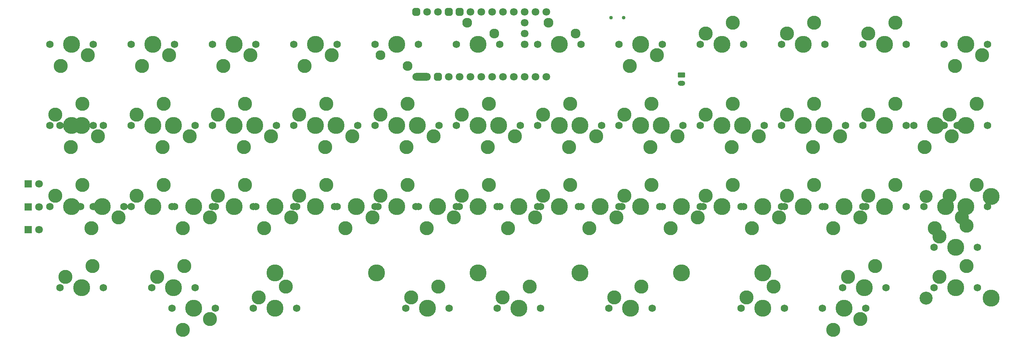
<source format=gts>
G04 #@! TF.GenerationSoftware,KiCad,Pcbnew,7.0.11-7.0.11~ubuntu22.04.1*
G04 #@! TF.CreationDate,2024-06-29T22:10:39+02:00*
G04 #@! TF.ProjectId,vorona-pcb,766f726f-6e61-42d7-9063-622e6b696361,rev?*
G04 #@! TF.SameCoordinates,Original*
G04 #@! TF.FileFunction,Soldermask,Top*
G04 #@! TF.FilePolarity,Negative*
%FSLAX46Y46*%
G04 Gerber Fmt 4.6, Leading zero omitted, Abs format (unit mm)*
G04 Created by KiCad (PCBNEW 7.0.11-7.0.11~ubuntu22.04.1) date 2024-06-29 22:10:39*
%MOMM*%
%LPD*%
G01*
G04 APERTURE LIST*
G04 Aperture macros list*
%AMRoundRect*
0 Rectangle with rounded corners*
0 $1 Rounding radius*
0 $2 $3 $4 $5 $6 $7 $8 $9 X,Y pos of 4 corners*
0 Add a 4 corners polygon primitive as box body*
4,1,4,$2,$3,$4,$5,$6,$7,$8,$9,$2,$3,0*
0 Add four circle primitives for the rounded corners*
1,1,$1+$1,$2,$3*
1,1,$1+$1,$4,$5*
1,1,$1+$1,$6,$7*
1,1,$1+$1,$8,$9*
0 Add four rect primitives between the rounded corners*
20,1,$1+$1,$2,$3,$4,$5,0*
20,1,$1+$1,$4,$5,$6,$7,0*
20,1,$1+$1,$6,$7,$8,$9,0*
20,1,$1+$1,$8,$9,$2,$3,0*%
G04 Aperture macros list end*
%ADD10C,1.750000*%
%ADD11C,3.987800*%
%ADD12C,3.300000*%
%ADD13R,1.800000X1.800000*%
%ADD14C,1.800000*%
%ADD15RoundRect,0.450000X-0.450000X0.450000X-0.450000X-0.450000X0.450000X-0.450000X0.450000X0.450000X0*%
%ADD16O,4.340000X1.800000*%
%ADD17C,0.850000*%
%ADD18C,2.300000*%
%ADD19C,3.048000*%
%ADD20O,1.750000X1.200000*%
%ADD21RoundRect,0.250000X-0.625000X0.350000X-0.625000X-0.350000X0.625000X-0.350000X0.625000X0.350000X0*%
G04 APERTURE END LIST*
D10*
X246773750Y-82150000D03*
D11*
X241693750Y-82150000D03*
D10*
X236613750Y-82150000D03*
D12*
X237883750Y-79610000D03*
X244233750Y-77070000D03*
D10*
X246773750Y-91675000D03*
D11*
X241693750Y-91675000D03*
D10*
X236613750Y-91675000D03*
D12*
X237883750Y-89135000D03*
X244233750Y-86595000D03*
D13*
X24355000Y-78020000D03*
D14*
X26895000Y-78020000D03*
D13*
X24345000Y-72630000D03*
D14*
X26885000Y-72630000D03*
D13*
X24365000Y-67230000D03*
D14*
X26905000Y-67230000D03*
D10*
X210420000Y-96437500D03*
D11*
X215500000Y-96437500D03*
D10*
X220580000Y-96437500D03*
D12*
X219310000Y-98977500D03*
X212960000Y-101517500D03*
D10*
X144380000Y-96437500D03*
D11*
X139300000Y-96437500D03*
D10*
X134220000Y-96437500D03*
D12*
X135490000Y-93897500D03*
X141840000Y-91357500D03*
D10*
X58020000Y-96437500D03*
D11*
X63100000Y-96437500D03*
D10*
X68180000Y-96437500D03*
D12*
X66910000Y-98977500D03*
X60560000Y-101517500D03*
D10*
X201530000Y-96437500D03*
D11*
X196450000Y-96437500D03*
D10*
X191370000Y-96437500D03*
D12*
X192640000Y-93897500D03*
X198990000Y-91357500D03*
D10*
X170573750Y-96437500D03*
D11*
X165493750Y-96437500D03*
D10*
X160413750Y-96437500D03*
D12*
X161683750Y-93897500D03*
X168033750Y-91357500D03*
D10*
X122948750Y-96437500D03*
D11*
X117868750Y-96437500D03*
D10*
X112788750Y-96437500D03*
D12*
X114058750Y-93897500D03*
X120408750Y-91357500D03*
D10*
X87230000Y-96437500D03*
D11*
X82150000Y-96437500D03*
D10*
X77070000Y-96437500D03*
D12*
X78340000Y-93897500D03*
X84690000Y-91357500D03*
D10*
X225342500Y-91675000D03*
D11*
X220262500Y-91675000D03*
D10*
X215182500Y-91675000D03*
D12*
X216452500Y-89135000D03*
X222802500Y-86595000D03*
D10*
X63417500Y-91675000D03*
D11*
X58337500Y-91675000D03*
D10*
X53257500Y-91675000D03*
D12*
X54527500Y-89135000D03*
X60877500Y-86595000D03*
D10*
X41986250Y-91675000D03*
D11*
X36906250Y-91675000D03*
D10*
X31826250Y-91675000D03*
D12*
X33096250Y-89135000D03*
X39446250Y-86595000D03*
D10*
X234232500Y-72625000D03*
D11*
X239312500Y-72625000D03*
D10*
X244392500Y-72625000D03*
D12*
X243122500Y-75165000D03*
X236772500Y-77705000D03*
D10*
X210420000Y-72625000D03*
D11*
X215500000Y-72625000D03*
D10*
X220580000Y-72625000D03*
D12*
X219310000Y-75165000D03*
X212960000Y-77705000D03*
D10*
X191370000Y-72625000D03*
D11*
X196450000Y-72625000D03*
D10*
X201530000Y-72625000D03*
D12*
X200260000Y-75165000D03*
X193910000Y-77705000D03*
D10*
X172320000Y-72625000D03*
D11*
X177400000Y-72625000D03*
D10*
X182480000Y-72625000D03*
D12*
X181210000Y-75165000D03*
X174860000Y-77705000D03*
D10*
X153270000Y-72625000D03*
D11*
X158350000Y-72625000D03*
D10*
X163430000Y-72625000D03*
D12*
X162160000Y-75165000D03*
X155810000Y-77705000D03*
D10*
X134220000Y-72625000D03*
D11*
X139300000Y-72625000D03*
D10*
X144380000Y-72625000D03*
D12*
X143110000Y-75165000D03*
X136760000Y-77705000D03*
D10*
X115170000Y-72625000D03*
D11*
X120250000Y-72625000D03*
D10*
X125330000Y-72625000D03*
D12*
X124060000Y-75165000D03*
X117710000Y-77705000D03*
D10*
X96120000Y-72625000D03*
D11*
X101200000Y-72625000D03*
D10*
X106280000Y-72625000D03*
D12*
X105010000Y-75165000D03*
X98660000Y-77705000D03*
D10*
X77070000Y-72625000D03*
D11*
X82150000Y-72625000D03*
D10*
X87230000Y-72625000D03*
D12*
X85960000Y-75165000D03*
X79610000Y-77705000D03*
D10*
X58020000Y-72625000D03*
D11*
X63100000Y-72625000D03*
D10*
X68180000Y-72625000D03*
D12*
X66910000Y-75165000D03*
X60560000Y-77705000D03*
D10*
X36588750Y-72625000D03*
D11*
X41668750Y-72625000D03*
D10*
X46748750Y-72625000D03*
D12*
X45478750Y-75165000D03*
X39128750Y-77705000D03*
D10*
X249155000Y-72625000D03*
D11*
X244075000Y-72625000D03*
D10*
X238995000Y-72625000D03*
D12*
X240265000Y-70085000D03*
X246615000Y-67545000D03*
D10*
X230105000Y-72625000D03*
D11*
X225025000Y-72625000D03*
D10*
X219945000Y-72625000D03*
D12*
X221215000Y-70085000D03*
X227565000Y-67545000D03*
D10*
X211055000Y-72625000D03*
D11*
X205975000Y-72625000D03*
D10*
X200895000Y-72625000D03*
D12*
X202165000Y-70085000D03*
X208515000Y-67545000D03*
D10*
X192005000Y-72625000D03*
D11*
X186925000Y-72625000D03*
D10*
X181845000Y-72625000D03*
D12*
X183115000Y-70085000D03*
X189465000Y-67545000D03*
D10*
X172955000Y-72625000D03*
D11*
X167875000Y-72625000D03*
D10*
X162795000Y-72625000D03*
D12*
X164065000Y-70085000D03*
X170415000Y-67545000D03*
D10*
X153905000Y-72625000D03*
D11*
X148825000Y-72625000D03*
D10*
X143745000Y-72625000D03*
D12*
X145015000Y-70085000D03*
X151365000Y-67545000D03*
D10*
X134855000Y-72625000D03*
D11*
X129775000Y-72625000D03*
D10*
X124695000Y-72625000D03*
D12*
X125965000Y-70085000D03*
X132315000Y-67545000D03*
D10*
X115805000Y-72625000D03*
D11*
X110725000Y-72625000D03*
D10*
X105645000Y-72625000D03*
D12*
X106915000Y-70085000D03*
X113265000Y-67545000D03*
D10*
X96755000Y-72625000D03*
D11*
X91675000Y-72625000D03*
D10*
X86595000Y-72625000D03*
D12*
X87865000Y-70085000D03*
X94215000Y-67545000D03*
D10*
X77705000Y-72625000D03*
D11*
X72625000Y-72625000D03*
D10*
X67545000Y-72625000D03*
D12*
X68815000Y-70085000D03*
X75165000Y-67545000D03*
D10*
X58655000Y-72625000D03*
D11*
X53575000Y-72625000D03*
D10*
X48495000Y-72625000D03*
D12*
X49765000Y-70085000D03*
X56115000Y-67545000D03*
D10*
X39605000Y-72625000D03*
D11*
X34525000Y-72625000D03*
D10*
X29445000Y-72625000D03*
D12*
X30715000Y-70085000D03*
X37065000Y-67545000D03*
D10*
X231851250Y-53575000D03*
D11*
X236931250Y-53575000D03*
D10*
X242011250Y-53575000D03*
D12*
X240741250Y-56115000D03*
X234391250Y-58655000D03*
D10*
X205657500Y-53575000D03*
D11*
X210737500Y-53575000D03*
D10*
X215817500Y-53575000D03*
D12*
X214547500Y-56115000D03*
X208197500Y-58655000D03*
D10*
X186607500Y-53575000D03*
D11*
X191687500Y-53575000D03*
D10*
X196767500Y-53575000D03*
D12*
X195497500Y-56115000D03*
X189147500Y-58655000D03*
D10*
X167557500Y-53575000D03*
D11*
X172637500Y-53575000D03*
D10*
X177717500Y-53575000D03*
D12*
X176447500Y-56115000D03*
X170097500Y-58655000D03*
D10*
X148507500Y-53575000D03*
D11*
X153587500Y-53575000D03*
D10*
X158667500Y-53575000D03*
D12*
X157397500Y-56115000D03*
X151047500Y-58655000D03*
D10*
X129457500Y-53575000D03*
D11*
X134537500Y-53575000D03*
D10*
X139617500Y-53575000D03*
D12*
X138347500Y-56115000D03*
X131997500Y-58655000D03*
D10*
X110407500Y-53575000D03*
D11*
X115487500Y-53575000D03*
D10*
X120567500Y-53575000D03*
D12*
X119297500Y-56115000D03*
X112947500Y-58655000D03*
D10*
X91357500Y-53575000D03*
D11*
X96437500Y-53575000D03*
D10*
X101517500Y-53575000D03*
D12*
X100247500Y-56115000D03*
X93897500Y-58655000D03*
D10*
X72307500Y-53575000D03*
D11*
X77387500Y-53575000D03*
D10*
X82467500Y-53575000D03*
D12*
X81197500Y-56115000D03*
X74847500Y-58655000D03*
D10*
X53257500Y-53575000D03*
D11*
X58337500Y-53575000D03*
D10*
X63417500Y-53575000D03*
D12*
X62147500Y-56115000D03*
X55797500Y-58655000D03*
D10*
X31826250Y-53575000D03*
D11*
X36906250Y-53575000D03*
D10*
X41986250Y-53575000D03*
D12*
X40716250Y-56115000D03*
X34366250Y-58655000D03*
D10*
X249155000Y-53575000D03*
D11*
X244075000Y-53575000D03*
D10*
X238995000Y-53575000D03*
D12*
X240265000Y-51035000D03*
X246615000Y-48495000D03*
D10*
X230105000Y-53575000D03*
D11*
X225025000Y-53575000D03*
D10*
X219945000Y-53575000D03*
D12*
X221215000Y-51035000D03*
X227565000Y-48495000D03*
D10*
X211055000Y-53575000D03*
D11*
X205975000Y-53575000D03*
D10*
X200895000Y-53575000D03*
D12*
X202165000Y-51035000D03*
X208515000Y-48495000D03*
D10*
X192005000Y-53575000D03*
D11*
X186925000Y-53575000D03*
D10*
X181845000Y-53575000D03*
D12*
X183115000Y-51035000D03*
X189465000Y-48495000D03*
D10*
X172955000Y-53575000D03*
D11*
X167875000Y-53575000D03*
D10*
X162795000Y-53575000D03*
D12*
X164065000Y-51035000D03*
X170415000Y-48495000D03*
D10*
X153905000Y-53575000D03*
D11*
X148825000Y-53575000D03*
D10*
X143745000Y-53575000D03*
D12*
X145015000Y-51035000D03*
X151365000Y-48495000D03*
D10*
X134855000Y-53575000D03*
D11*
X129775000Y-53575000D03*
D10*
X124695000Y-53575000D03*
D12*
X125965000Y-51035000D03*
X132315000Y-48495000D03*
D10*
X115805000Y-53575000D03*
D11*
X110725000Y-53575000D03*
D10*
X105645000Y-53575000D03*
D12*
X106915000Y-51035000D03*
X113265000Y-48495000D03*
D10*
X96755000Y-53575000D03*
D11*
X91675000Y-53575000D03*
D10*
X86595000Y-53575000D03*
D12*
X87865000Y-51035000D03*
X94215000Y-48495000D03*
D10*
X77705000Y-53575000D03*
D11*
X72625000Y-53575000D03*
D10*
X67545000Y-53575000D03*
D12*
X68815000Y-51035000D03*
X75165000Y-48495000D03*
D10*
X58655000Y-53575000D03*
D11*
X53575000Y-53575000D03*
D10*
X48495000Y-53575000D03*
D12*
X49765000Y-51035000D03*
X56115000Y-48495000D03*
D10*
X39605000Y-53575000D03*
D11*
X34525000Y-53575000D03*
D10*
X29445000Y-53575000D03*
D12*
X30715000Y-51035000D03*
X37065000Y-48495000D03*
D10*
X238995000Y-34525000D03*
D11*
X244075000Y-34525000D03*
D10*
X249155000Y-34525000D03*
D12*
X247885000Y-37065000D03*
X241535000Y-39605000D03*
D10*
X230105000Y-34525000D03*
D11*
X225025000Y-34525000D03*
D10*
X219945000Y-34525000D03*
D12*
X221215000Y-31985000D03*
X227565000Y-29445000D03*
D10*
X211055000Y-34525000D03*
D11*
X205975000Y-34525000D03*
D10*
X200895000Y-34525000D03*
D12*
X202165000Y-31985000D03*
X208515000Y-29445000D03*
D10*
X192005000Y-34525000D03*
D11*
X186925000Y-34525000D03*
D10*
X181845000Y-34525000D03*
D12*
X183115000Y-31985000D03*
X189465000Y-29445000D03*
D10*
X162795000Y-34525000D03*
D11*
X167875000Y-34525000D03*
D10*
X172955000Y-34525000D03*
D12*
X171685000Y-37065000D03*
X165335000Y-39605000D03*
D10*
X86595000Y-34525000D03*
D11*
X91675000Y-34525000D03*
D10*
X96755000Y-34525000D03*
D12*
X95485000Y-37065000D03*
X89135000Y-39605000D03*
D10*
X67545000Y-34525000D03*
D11*
X72625000Y-34525000D03*
D10*
X77705000Y-34525000D03*
D12*
X76435000Y-37065000D03*
X70085000Y-39605000D03*
D10*
X48495000Y-34525000D03*
D11*
X53575000Y-34525000D03*
D10*
X58655000Y-34525000D03*
D12*
X57385000Y-37065000D03*
X51035000Y-39605000D03*
D10*
X29445000Y-34525000D03*
D11*
X34525000Y-34525000D03*
D10*
X39605000Y-34525000D03*
D12*
X38335000Y-37065000D03*
X31985000Y-39605000D03*
D14*
X117850000Y-26890000D03*
X120390000Y-26890000D03*
D15*
X122930000Y-26890000D03*
X125470000Y-26890000D03*
D14*
X128010000Y-26890000D03*
X130550000Y-26890000D03*
X133090000Y-26890000D03*
X135630000Y-26890000D03*
X138170000Y-26890000D03*
X140710000Y-26890000D03*
X143250000Y-26890000D03*
X145790000Y-26890000D03*
D16*
X116580000Y-42130000D03*
D15*
X120390000Y-42130000D03*
D14*
X122930000Y-42130000D03*
X125470000Y-42130000D03*
X128010000Y-42130000D03*
X130550000Y-42130000D03*
X133090000Y-42130000D03*
X135630000Y-42130000D03*
X138170000Y-42130000D03*
X140710000Y-42130000D03*
X143250000Y-42130000D03*
X145790000Y-42130000D03*
X140710000Y-29430000D03*
X140710000Y-31970000D03*
X140710000Y-34510000D03*
D15*
X115310000Y-26890000D03*
D14*
X115310000Y-42130000D03*
D17*
X163890000Y-28250000D03*
X160890000Y-28250000D03*
D10*
X153905000Y-34525000D03*
D11*
X148825000Y-34525000D03*
D10*
X143745000Y-34525000D03*
D18*
X152635000Y-31985000D03*
X146285000Y-29445000D03*
D10*
X134855000Y-34525000D03*
D11*
X129775000Y-34525000D03*
D10*
X124695000Y-34525000D03*
D18*
X133585000Y-31985000D03*
X127235000Y-29445000D03*
D10*
X105645000Y-34525000D03*
D11*
X110725000Y-34525000D03*
D10*
X115805000Y-34525000D03*
D18*
X106915000Y-37065000D03*
X113265000Y-39605000D03*
D19*
X234708750Y-70243750D03*
X234708750Y-94056250D03*
D11*
X249948750Y-70243750D03*
X249948750Y-94056250D03*
X196450000Y-88182500D03*
X82150000Y-88182500D03*
X177400000Y-88182500D03*
X153587500Y-88182500D03*
X129775000Y-88182500D03*
X105962500Y-88182500D03*
D20*
X177380000Y-43640000D03*
D21*
X177380000Y-41640000D03*
M02*

</source>
